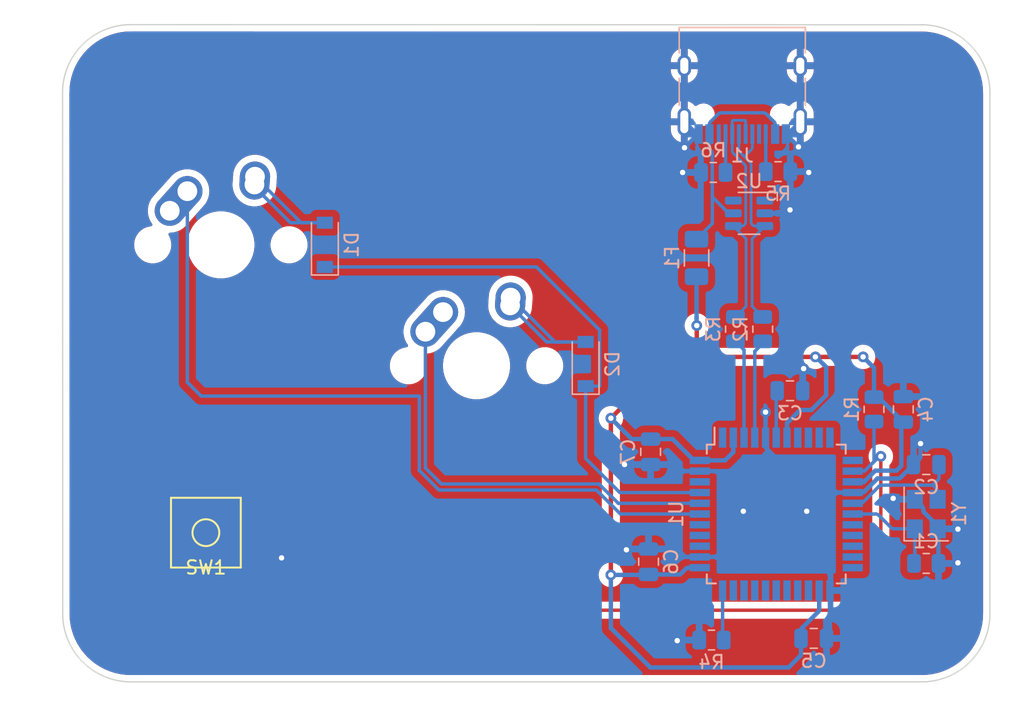
<source format=kicad_pcb>
(kicad_pcb (version 20211014) (generator pcbnew)
  (layers (0 "F.Cu" signal) (31 "B.Cu" signal) (34 "B.Paste" user) (35 "F.Paste" user) (36 "B.SilkS" user "B.Silkscreen") (37 "F.SilkS" user "F.Silkscreen") (38 "B.Mask" user) (39 "F.Mask" user) (44 "Edge.Cuts" user))
  (net 0 "")
  (net 1 "GND")
  (net 2 "Net-(C1-Pad2)")
  (net 3 "Net-(C2-Pad2)")
  (net 4 "Net-(C3-Pad1)")
  (net 5 "+5V")
  (net 6 "ROW0")
  (net 7 "Net-(D1-Pad2)")
  (net 8 "Net-(D2-Pad2)")
  (net 9 "COL0")
  (net 10 "COL1")
  (net 11 "Net-(R1-Pad2)")
  (net 12 "D+")
  (net 13 "Net-(R2-Pad2)")
  (net 14 "D-")
  (net 15 "Net-(R3-Pad2)")
  (net 16 "Net-(R4-Pad2)")
  (net 38 "VBUS")
  (net 39 "Net-(J1-PadA5)")
  (net 41 "Net-(J1-PadB5)")
  (footprint "random-keyboard-parts:SKQG-1155865" (layer "F.Cu") (at 157.48 133.1468)
    (fp_text reference "SW1" (at 0 2.6) (layer "F.SilkS"))
    (fp_text value "SW_Push")
    (fp_line (start -2.6 2.6) (end -2.6 -2.6) (layer "F.SilkS") (width 0.15))
    (fp_line (start 2.6 -2.6) (end 2.6 2.6) (layer "F.SilkS") (width 0.15))
    (fp_line (start -2.6 -2.6) (end 2.6 -2.6) (layer "F.SilkS") (width 0.15))
    (fp_line (start 2.6 2.6) (end -2.6 2.6) (layer "F.SilkS") (width 0.15))
    (fp_circle (center 0 0) (end 1 0) (layer "F.SilkS") (width 0.15) (fill none))
    (pad "1" smd rect locked (at 3.1 1.85) (size 1.8 1.1) (layers "F.Cu" "F.Paste" "F.Mask") (net 1 "GND"))
    (pad "2" smd rect locked (at -3.1 -1.85) (size 1.8 1.1) (layers "F.Cu" "F.Paste" "F.Mask") (net 11 "Net-(R1-Pad2)"))
    (pad "3" smd rect locked (at 3.1 -1.85) (size 1.8 1.1) (layers "F.Cu" "F.Paste" "F.Mask"))
    (pad "4" smd rect locked (at -3.1 1.85) (size 1.8 1.1) (layers "F.Cu" "F.Paste" "F.Mask"))
  )
  (footprint "MX_Alps_Hybrid:MX-1U-NoLED" (layer "F.Cu") (at 158.5976 111.6848)
    (fp_text reference "MX1")
    (fp_text value "MX-NoLED")
    (pad "" np_thru_hole circle locked (at 0 0) (size 3.9878 3.9878) (drill 3.9878) (layers *.Cu *.Mask))
    (pad "" np_thru_hole circle locked (at -5.08 0 48.0996) (size 1.75 1.75) (drill 1.75) (layers *.Cu *.Mask))
    (pad "" np_thru_hole circle locked (at 5.08 0 48.0996) (size 1.75 1.75) (drill 1.75) (layers *.Cu *.Mask))
    (pad "1" thru_hole oval locked (at -3.81 -2.54 48.0996) (size 4.211556 2.25) (drill 1.47 (offset 0.980778 0)) (layers *.Cu "B.Mask") (net 9 "COL0"))
    (pad "1" thru_hole circle locked (at -2.5 -4) (size 2.25 2.25) (drill 1.47) (layers *.Cu "B.Mask") (net 9 "COL0"))
    (pad "2" thru_hole oval locked (at 2.5 -4.5 86.0548) (size 2.831378 2.25) (drill 1.47 (offset 0.290689 0)) (layers *.Cu "B.Mask") (net 7 "Net-(D1-Pad2)"))
    (pad "2" thru_hole circle locked (at 2.54 -5.08) (size 2.25 2.25) (drill 1.47) (layers *.Cu "B.Mask") (net 7 "Net-(D1-Pad2)"))
  )
  (footprint "MX_Alps_Hybrid:MX-1U-NoLED" (layer "F.Cu") (at 177.6476 120.7018)
    (fp_text reference "MX2")
    (fp_text value "MX-NoLED")
    (pad "" np_thru_hole circle locked (at 0 0) (size 3.9878 3.9878) (drill 3.9878) (layers *.Cu *.Mask))
    (pad "" np_thru_hole circle locked (at -5.08 0 48.0996) (size 1.75 1.75) (drill 1.75) (layers *.Cu *.Mask))
    (pad "" np_thru_hole circle locked (at 5.08 0 48.0996) (size 1.75 1.75) (drill 1.75) (layers *.Cu *.Mask))
    (pad "1" thru_hole oval locked (at -3.81 -2.54 48.0996) (size 4.211556 2.25) (drill 1.47 (offset 0.980778 0)) (layers *.Cu "B.Mask") (net 10 "COL1"))
    (pad "1" thru_hole circle locked (at -2.5 -4) (size 2.25 2.25) (drill 1.47) (layers *.Cu "B.Mask") (net 10 "COL1"))
    (pad "2" thru_hole circle locked (at 2.54 -5.08) (size 2.25 2.25) (drill 1.47) (layers *.Cu "B.Mask") (net 8 "Net-(D2-Pad2)"))
    (pad "2" thru_hole oval locked (at 2.5 -4.5 86.0548) (size 2.831378 2.25) (drill 1.47 (offset 0.290689 0)) (layers *.Cu "B.Mask") (net 8 "Net-(D2-Pad2)"))
  )
  (footprint "Resistor_SMD:R_0805_2012Metric" (layer "B.Cu") (at 200.114768 106.224668)
    (fp_text reference "R5" (at 0 1.65) (layer "B.SilkS") (effects (justify mirror)))
    (fp_text value "5.1k")
    (fp_line (start -0.227064 -0.735) (end 0.227064 -0.735) (layer "B.SilkS") (width 0.12))
    (fp_line (start -0.227064 0.735) (end 0.227064 0.735) (layer "B.SilkS") (width 0.12))
    (pad "1" smd roundrect (at -0.9125 0) (size 1.025 1.4) (layers "B.Cu" "B.Paste" "B.Mask") (roundrect_rratio 0.243902) (net 41 "Net-(J1-PadB5)"))
    (pad "2" smd roundrect (at 0.9125 0) (size 1.025 1.4) (layers "B.Cu" "B.Paste" "B.Mask") (roundrect_rratio 0.243902) (net 1 "GND"))
  )
  (footprint "Package_QFP:TQFP-44_10x10mm_P0.8mm" (layer "B.Cu") (at 199.980235 131.757108 -90)
    (fp_text reference "U1" (at 0 7.45 -270) (layer "B.SilkS") (effects (justify mirror)))
    (fp_text value "ATmega32U4-A")
    (fp_line (start 5.175 -5.175) (end 5.175 -4.5) (layer "B.SilkS") (width 0.15))
    (fp_line (start -5.175 5.175) (end -5.175 4.6) (layer "B.SilkS") (width 0.15))
    (fp_line (start -5.175 -5.175) (end -4.5 -5.175) (layer "B.SilkS") (width 0.15))
    (fp_line (start -5.175 4.6) (end -6.45 4.6) (layer "B.SilkS") (width 0.15))
    (fp_line (start -5.175 -5.175) (end -5.175 -4.5) (layer "B.SilkS") (width 0.15))
    (fp_line (start 5.175 -5.175) (end 4.5 -5.175) (layer "B.SilkS") (width 0.15))
    (fp_line (start 5.175 5.175) (end 5.175 4.5) (layer "B.SilkS") (width 0.15))
    (fp_line (start -5.175 5.175) (end -4.5 5.175) (layer "B.SilkS") (width 0.15))
    (fp_line (start 5.175 5.175) (end 4.5 5.175) (layer "B.SilkS") (width 0.15))
    (pad "1" smd rect (at -5.7 4 270) (size 1.5 0.55) (layers "B.Cu" "B.Paste" "B.Mask"))
    (pad "2" smd rect (at -5.7 3.2 270) (size 1.5 0.55) (layers "B.Cu" "B.Paste" "B.Mask") (net 5 "+5V"))
    (pad "3" smd rect (at -5.7 2.4 270) (size 1.5 0.55) (layers "B.Cu" "B.Paste" "B.Mask") (net 15 "Net-(R3-Pad2)"))
    (pad "4" smd rect (at -5.7 1.6 270) (size 1.5 0.55) (layers "B.Cu" "B.Paste" "B.Mask") (net 13 "Net-(R2-Pad2)"))
    (pad "5" smd rect (at -5.7 0.8 270) (size 1.5 0.55) (layers "B.Cu" "B.Paste" "B.Mask") (net 1 "GND"))
    (pad "6" smd rect (at -5.7 0 270) (size 1.5 0.55) (layers "B.Cu" "B.Paste" "B.Mask") (net 4 "Net-(C3-Pad1)"))
    (pad "7" smd rect (at -5.7 -0.8 270) (size 1.5 0.55) (layers "B.Cu" "B.Paste" "B.Mask") (net 5 "+5V"))
    (pad "8" smd rect (at -5.7 -1.6 270) (size 1.5 0.55) (layers "B.Cu" "B.Paste" "B.Mask"))
    (pad "9" smd rect (at -5.7 -2.4 270) (size 1.5 0.55) (layers "B.Cu" "B.Paste" "B.Mask"))
    (pad "10" smd rect (at -5.7 -3.2 270) (size 1.5 0.55) (layers "B.Cu" "B.Paste" "B.Mask"))
    (pad "11" smd rect (at -5.7 -4 270) (size 1.5 0.55) (layers "B.Cu" "B.Paste" "B.Mask"))
    (pad "12" smd rect (at -4 -5.7 180) (size 1.5 0.55) (layers "B.Cu" "B.Paste" "B.Mask"))
    (pad "13" smd rect (at -3.2 -5.7 180) (size 1.5 0.55) (layers "B.Cu" "B.Paste" "B.Mask") (net 11 "Net-(R1-Pad2)"))
    (pad "14" smd rect (at -2.4 -5.7 180) (size 1.5 0.55) (layers "B.Cu" "B.Paste" "B.Mask") (net 5 "+5V"))
    (pad "15" smd rect (at -1.6 -5.7 180) (size 1.5 0.55) (layers "B.Cu" "B.Paste" "B.Mask") (net 1 "GND"))
    (pad "16" smd rect (at -0.8 -5.7 180) (size 1.5 0.55) (layers "B.Cu" "B.Paste" "B.Mask") (net 3 "Net-(C2-Pad2)"))
    (pad "17" smd rect (at 0 -5.7 180) (size 1.5 0.55) (layers "B.Cu" "B.Paste" "B.Mask") (net 2 "Net-(C1-Pad2)"))
    (pad "18" smd rect (at 0.8 -5.7 180) (size 1.5 0.55) (layers "B.Cu" "B.Paste" "B.Mask"))
    (pad "19" smd rect (at 1.6 -5.7 180) (size 1.5 0.55) (layers "B.Cu" "B.Paste" "B.Mask"))
    (pad "20" smd rect (at 2.4 -5.7 180) (size 1.5 0.55) (layers "B.Cu" "B.Paste" "B.Mask"))
    (pad "21" smd rect (at 3.2 -5.7 180) (size 1.5 0.55) (layers "B.Cu" "B.Paste" "B.Mask"))
    (pad "22" smd rect (at 4 -5.7 180) (size 1.5 0.55) (layers "B.Cu" "B.Paste" "B.Mask"))
    (pad "23" smd rect (at 5.7 -4 270) (size 1.5 0.55) (layers "B.Cu" "B.Paste" "B.Mask") (net 1 "GND"))
    (pad "24" smd rect (at 5.7 -3.2 270) (size 1.5 0.55) (layers "B.Cu" "B.Paste" "B.Mask") (net 5 "+5V"))
    (pad "25" smd rect (at 5.7 -2.4 270) (size 1.5 0.55) (layers "B.Cu" "B.Paste" "B.Mask"))
    (pad "26" smd rect (at 5.7 -1.6 270) (size 1.5 0.55) (layers "B.Cu" "B.Paste" "B.Mask"))
    (pad "27" smd rect (at 5.7 -0.8 270) (size 1.5 0.55) (layers "B.Cu" "B.Paste" "B.Mask"))
    (pad "28" smd rect (at 5.7 0 270) (size 1.5 0.55) (layers "B.Cu" "B.Paste" "B.Mask"))
    (pad "29" smd rect (at 5.7 0.8 270) (size 1.5 0.55) (layers "B.Cu" "B.Paste" "B.Mask"))
    (pad "30" smd rect (at 5.7 1.6 270) (size 1.5 0.55) (layers "B.Cu" "B.Paste" "B.Mask"))
    (pad "31" smd rect (at 5.7 2.4 270) (size 1.5 0.55) (layers "B.Cu" "B.Paste" "B.Mask"))
    (pad "32" smd rect (at 5.7 3.2 270) (size 1.5 0.55) (layers "B.Cu" "B.Paste" "B.Mask"))
    (pad "33" smd rect (at 5.7 4 270) (size 1.5 0.55) (layers "B.Cu" "B.Paste" "B.Mask") (net 16 "Net-(R4-Pad2)"))
    (pad "34" smd rect (at 4 5.7 180) (size 1.5 0.55) (layers "B.Cu" "B.Paste" "B.Mask") (net 5 "+5V"))
    (pad "35" smd rect (at 3.2 5.7 180) (size 1.5 0.55) (layers "B.Cu" "B.Paste" "B.Mask") (net 1 "GND"))
    (pad "36" smd rect (at 2.4 5.7 180) (size 1.5 0.55) (layers "B.Cu" "B.Paste" "B.Mask"))
    (pad "37" smd rect (at 1.6 5.7 180) (size 1.5 0.55) (layers "B.Cu" "B.Paste" "B.Mask"))
    (pad "38" smd rect (at 0.8 5.7 180) (size 1.5 0.55) (layers "B.Cu" "B.Paste" "B.Mask"))
    (pad "39" smd rect (at 0 5.7 180) (size 1.5 0.55) (layers "B.Cu" "B.Paste" "B.Mask") (net 9 "COL0"))
    (pad "40" smd rect (at -0.8 5.7 180) (size 1.5 0.55) (layers "B.Cu" "B.Paste" "B.Mask") (net 10 "COL1"))
    (pad "41" smd rect (at -1.6 5.7 180) (size 1.5 0.55) (layers "B.Cu" "B.Paste" "B.Mask") (net 6 "ROW0"))
    (pad "42" smd rect (at -2.4 5.7 180) (size 1.5 0.55) (layers "B.Cu" "B.Paste" "B.Mask"))
    (pad "43" smd rect (at -3.2 5.7 180) (size 1.5 0.55) (layers "B.Cu" "B.Paste" "B.Mask") (net 1 "GND"))
    (pad "44" smd rect (at -4 5.7 180) (size 1.5 0.55) (layers "B.Cu" "B.Paste" "B.Mask") (net 5 "+5V"))
  )
  (footprint "Diode_SMD:D_SOD-123" (layer "B.Cu") (at 166.3446 111.6848 90)
    (fp_text reference "D1" (at 0 2 90) (layer "B.SilkS") (effects (justify mirror)))
    (fp_text value "SOD-123")
    (fp_line (start -2.25 1) (end 1.65 1) (layer "B.SilkS") (width 0.12))
    (fp_line (start -2.25 1) (end -2.25 -1) (layer "B.SilkS") (width 0.12))
    (fp_line (start -2.25 -1) (end 1.65 -1) (layer "B.SilkS") (width 0.12))
    (pad "1" smd rect (at -1.65 0 90) (size 0.9 1.2) (layers "B.Cu" "B.Paste" "B.Mask") (net 6 "ROW0"))
    (pad "2" smd rect (at 1.65 0 90) (size 0.9 1.2) (layers "B.Cu" "B.Paste" "B.Mask") (net 7 "Net-(D1-Pad2)"))
  )
  (footprint "Capacitor_SMD:C_0805_2012Metric" (layer "B.Cu") (at 209.4484 123.952 90)
    (fp_text reference "C4" (at 0 1.679999 90) (layer "B.SilkS") (effects (justify mirror)))
    (fp_text value "0.1uF")
    (fp_line (start -0.261252 0.735) (end 0.261252 0.735) (layer "B.SilkS") (width 0.12))
    (fp_line (start -0.261252 -0.735) (end 0.261252 -0.735) (layer "B.SilkS") (width 0.12))
    (pad "1" smd roundrect (at -0.95 0 90) (size 1 1.45) (layers "B.Cu" "B.Paste" "B.Mask") (net 5 "+5V"))
    (pad "2" smd roundrect (at 0.95 0 90) (size 1 1.45) (layers "B.Cu" "B.Paste" "B.Mask") (net 1 "GND"))
  )
  (footprint "Crystal:Crystal_SMD_3225-4Pin_3.2x2.5mm" (layer "B.Cu") (at 211.156236 131.757108 90)
    (fp_text reference "Y1" (at 0 2.45 90) (layer "B.SilkS") (effects (justify mirror)))
    (fp_text value "16MHz")
    (fp_line (start -2 1.65) (end -2 -1.65) (layer "B.SilkS") (width 0.12))
    (fp_line (start -2 -1.65) (end 2 -1.65) (layer "B.SilkS") (width 0.12))
    (pad "1" smd rect (at -1.1 -0.85 90) (size 1.4 1.2) (layers "B.Cu" "B.Paste" "B.Mask") (net 2 "Net-(C1-Pad2)"))
    (pad "2" smd rect (at 1.1 -0.85 90) (size 1.4 1.2) (layers "B.Cu" "B.Paste" "B.Mask") (net 1 "GND"))
    (pad "3" smd rect (at 1.1 0.85 90) (size 1.4 1.2) (layers "B.Cu" "B.Paste" "B.Mask") (net 3 "Net-(C2-Pad2)"))
    (pad "4" smd rect (at -1.1 0.85 90) (size 1.4 1.2) (layers "B.Cu" "B.Paste" "B.Mask") (net 1 "GND"))
  )
  (footprint "Resistor_SMD:R_0805_2012Metric" (layer "B.Cu") (at 195.288768 106.287167 180)
    (fp_text reference "R6" (at 0 1.65) (layer "B.SilkS") (effects (justify mirror)))
    (fp_text value "5.1k")
    (fp_line (start -0.227064 0.735) (end 0.227064 0.735) (layer "B.SilkS") (width 0.12))
    (fp_line (start -0.227064 -0.735) (end 0.227064 -0.735) (layer "B.SilkS") (width 0.12))
    (pad "1" smd roundrect (at -0.9125 0 180) (size 1.025 1.4) (layers "B.Cu" "B.Paste" "B.Mask") (roundrect_rratio 0.243902) (net 39 "Net-(J1-PadA5)"))
    (pad "2" smd roundrect (at 0.9125 0 180) (size 1.025 1.4) (layers "B.Cu" "B.Paste" "B.Mask") (roundrect_rratio 0.243902) (net 1 "GND"))
  )
  (footprint "Capacitor_SMD:C_0805_2012Metric" (layer "B.Cu") (at 190.46426 135.313108 90)
    (fp_text reference "C6" (at 0 1.68 90) (layer "B.SilkS") (effects (justify mirror)))
    (fp_text value "0.1uF")
    (fp_line (start -0.261252 0.735) (end 0.261252 0.735) (layer "B.SilkS") (width 0.12))
    (fp_line (start -0.261252 -0.735) (end 0.261252 -0.735) (layer "B.SilkS") (width 0.12))
    (pad "1" smd roundrect (at -0.95 0 90) (size 1 1.45) (layers "B.Cu" "B.Paste" "B.Mask") (net 5 "+5V"))
    (pad "2" smd roundrect (at 0.95 0 90) (size 1 1.45) (layers "B.Cu" "B.Paste" "B.Mask") (net 1 "GND"))
  )
  (footprint "Resistor_SMD:R_0805_2012Metric" (layer "B.Cu") (at 207.264 123.952 -90)
    (fp_text reference "R1" (at 0 1.65 90) (layer "B.SilkS") (effects (justify mirror)))
    (fp_text value "10k")
    (fp_line (start -0.227064 -0.735) (end 0.227064 -0.735) (layer "B.SilkS") (width 0.12))
    (fp_line (start -0.227064 0.735) (end 0.227064 0.735) (layer "B.SilkS") (width 0.12))
    (pad "1" smd roundrect (at -0.9125 0 270) (size 1.025 1.4) (layers "B.Cu" "B.Paste" "B.Mask") (roundrect_rratio 0.243902) (net 5 "+5V"))
    (pad "2" smd roundrect (at 0.9125 0 270) (size 1.025 1.4) (layers "B.Cu" "B.Paste" "B.Mask") (roundrect_rratio 0.243902) (net 11 "Net-(R1-Pad2)"))
  )
  (footprint "Resistor_SMD:R_0805_2012Metric" (layer "B.Cu") (at 211.156232 135.440109 180)
    (fp_text reference "C1" (at 0 1.65) (layer "B.SilkS") (effects (justify mirror)))
    (fp_text value "22pf")
    (fp_line (start -0.227064 -0.735) (end 0.227064 -0.735) (layer "B.SilkS") (width 0.12))
    (fp_line (start -0.227064 0.735) (end 0.227064 0.735) (layer "B.SilkS") (width 0.12))
    (pad "1" smd roundrect (at -0.9125 0 180) (size 1.025 1.4) (layers "B.Cu" "B.Paste" "B.Mask") (roundrect_rratio 0.243902) (net 1 "GND"))
    (pad "2" smd roundrect (at 0.9125 0 180) (size 1.025 1.4) (layers "B.Cu" "B.Paste" "B.Mask") (roundrect_rratio 0.243902) (net 2 "Net-(C1-Pad2)"))
  )
  (footprint "Capacitor_SMD:C_0805_2012Metric" (layer "B.Cu") (at 211.156237 128.074109)
    (fp_text reference "C2" (at 0 1.68) (layer "B.SilkS") (effects (justify mirror)))
    (fp_text value "22pf")
    (fp_line (start -0.261252 0.735) (end 0.261252 0.735) (layer "B.SilkS") (width 0.12))
    (fp_line (start -0.261252 -0.735) (end 0.261252 -0.735) (layer "B.SilkS") (width 0.12))
    (pad "1" smd roundrect (at -0.95 0) (size 1 1.45) (layers "B.Cu" "B.Paste" "B.Mask") (net 1 "GND"))
    (pad "2" smd roundrect (at 0.95 0) (size 1 1.45) (layers "B.Cu" "B.Paste" "B.Mask") (net 3 "Net-(C2-Pad2)"))
  )
  (footprint "marbastlib-various:SOT-23-6-routable" (layer "B.Cu") (at 197.955768 109.335168 180)
    (fp_text reference "U2" (at 0 2.4) (layer "B.SilkS") (effects (justify mirror)))
    (fp_text value "SRV05-4")
    (fp_line (start -2.1 0.95) (end -2.1 1.56) (layer "B.SilkS") (width 0.12))
    (fp_line (start -2.1 1.56) (end 0.8 1.56) (layer "B.SilkS") (width 0.12))
    (fp_line (start 0 -1.56) (end 0.8 -1.56) (layer "B.SilkS") (width 0.12))
    (fp_line (start 0 -1.56) (end -0.8 -1.56) (layer "B.SilkS") (width 0.12))
    (pad "1" smd roundrect (at -1.175 0.95 180) (size 1.25 0.6) (layers "B.Cu" "B.Paste" "B.Mask"))
    (pad "2" smd roundrect (at -1.175 0 180) (size 1.25 0.6) (layers "B.Cu" "B.Paste" "B.Mask") (net 1 "GND"))
    (pad "3" smd roundrect (at -1.175 -0.95 180) (size 1.25 0.6) (layers "B.Cu" "B.Paste" "B.Mask") (net 12 "D+"))
    (pad "4" smd roundrect (at 1.175 -0.95 180) (size 1.25 0.6) (layers "B.Cu" "B.Paste" "B.Mask") (net 14 "D-"))
    (pad "5" smd roundrect (at 1.175 0 180) (size 1.25 0.6) (layers "B.Cu" "B.Paste" "B.Mask") (net 38 "VBUS"))
    (pad "6" smd roundrect (at 1.175 0.95 180) (size 1.25 0.6) (layers "B.Cu" "B.Paste" "B.Mask"))
  )
  (footprint "Resistor_SMD:R_0805_2012Metric" (layer "B.Cu") (at 198.971768 117.971168 -90)
    (fp_text reference "R2" (at 0 1.65 90) (layer "B.SilkS") (effects (justify mirror)))
    (fp_text value "22")
    (fp_line (start -0.227064 -0.735) (end 0.227064 -0.735) (layer "B.SilkS") (width 0.12))
    (fp_line (start -0.227064 0.735) (end 0.227064 0.735) (layer "B.SilkS") (width 0.12))
    (pad "1" smd roundrect (at -0.9125 0 270) (size 1.025 1.4) (layers "B.Cu" "B.Paste" "B.Mask") (roundrect_rratio 0.243902) (net 12 "D+"))
    (pad "2" smd roundrect (at 0.9125 0 270) (size 1.025 1.4) (layers "B.Cu" "B.Paste" "B.Mask") (roundrect_rratio 0.243902) (net 13 "Net-(R2-Pad2)"))
  )
  (footprint "Capacitor_SMD:C_0805_2012Metric" (layer "B.Cu") (at 190.618978 127.118192 -90)
    (fp_text reference "C7" (at 0 1.68 -270) (layer "B.SilkS") (effects (justify mirror)))
    (fp_text value "10uF")
    (fp_line (start -0.261252 0.735) (end 0.261252 0.735) (layer "B.SilkS") (width 0.12))
    (fp_line (start -0.261252 -0.735) (end 0.261252 -0.735) (layer "B.SilkS") (width 0.12))
    (pad "1" smd roundrect (at -0.95 0 270) (size 1 1.45) (layers "B.Cu" "B.Paste" "B.Mask") (net 5 "+5V"))
    (pad "2" smd roundrect (at 0.95 0 270) (size 1 1.45) (layers "B.Cu" "B.Paste" "B.Mask") (net 1 "GND"))
  )
  (footprint "Capacitor_SMD:C_0805_2012Metric" (layer "B.Cu") (at 202.774236 141.028108)
    (fp_text reference "C5" (at 0 1.68) (layer "B.SilkS") (effects (justify mirror)))
    (fp_text value "0.1uF")
    (fp_line (start -0.261252 -0.735) (end 0.261252 -0.735) (layer "B.SilkS") (width 0.12))
    (fp_line (start -0.261252 0.735) (end 0.261252 0.735) (layer "B.SilkS") (width 0.12))
    (pad "1" smd roundrect (at -0.95 0) (size 1 1.45) (layers "B.Cu" "B.Paste" "B.Mask") (net 5 "+5V"))
    (pad "2" smd roundrect (at 0.95 0) (size 1 1.45) (layers "B.Cu" "B.Paste" "B.Mask") (net 1 "GND"))
  )
  (footprint "Fuse:Fuse_1206_3216Metric" (layer "B.Cu") (at 194.042268 112.660668 -90)
    (fp_text reference "F1" (at 0 1.82 90) (layer "B.SilkS") (effects (justify mirror)))
    (fp_text value "500mA")
    (fp_line (start -0.602064 -0.91) (end 0.602064 -0.91) (layer "B.SilkS") (width 0.12))
    (fp_line (start -0.602064 0.91) (end 0.602064 0.91) (layer "B.SilkS") (width 0.12))
    (pad "1" smd roundrect (at -1.4 0 270) (size 1.25 1.75) (layers "B.Cu" "B.Paste" "B.Mask") (roundrect_rratio 0.2) (net 38 "VBUS"))
    (pad "2" smd roundrect (at 1.4 0 270) (size 1.25 1.75) (layers "B.Cu" "B.Paste" "B.Mask") (roundrect_rratio 0.2) (net 5 "+5V"))
  )
  (footprint "Capacitor_SMD:C_0805_2012Metric" (layer "B.Cu") (at 201.0024 122.566668)
    (fp_text reference "C3" (at 0 1.68) (layer "B.SilkS") (effects (justify mirror)))
    (fp_text value "1uF")
    (fp_line (start -0.261252 -0.735) (end 0.261252 -0.735) (layer "B.SilkS") (width 0.12))
    (fp_line (start -0.261252 0.735) (end 0.261252 0.735) (layer "B.SilkS") (width 0.12))
    (pad "1" smd roundrect (at -0.95 0) (size 1 1.45) (layers "B.Cu" "B.Paste" "B.Mask") (net 4 "Net-(C3-Pad1)"))
    (pad "2" smd roundrect (at 0.95 0) (size 1 1.45) (layers "B.Cu" "B.Paste" "B.Mask") (net 1 "GND"))
  )
  (footprint "Resistor_SMD:R_0805_2012Metric" (layer "B.Cu") (at 196.939768 117.971168 -90)
    (fp_text reference "R3" (at 0 1.65 90) (layer "B.SilkS") (effects (justify mirror)))
    (fp_text value "22")
    (fp_line (start -0.227064 0.735) (end 0.227064 0.735) (layer "B.SilkS") (width 0.12))
    (fp_line (start -0.227064 -0.735) (end 0.227064 -0.735) (layer "B.SilkS") (width 0.12))
    (pad "1" smd roundrect (at -0.9125 0 270) (size 1.025 1.4) (layers "B.Cu" "B.Paste" "B.Mask") (roundrect_rratio 0.243902) (net 14 "D-"))
    (pad "2" smd roundrect (at 0.9125 0 270) (size 1.025 1.4) (layers "B.Cu" "B.Paste" "B.Mask") (roundrect_rratio 0.243902) (net 15 "Net-(R3-Pad2)"))
  )
  (footprint "Resistor_SMD:R_0805_2012Metric" (layer "B.Cu") (at 195.154235 141.155108)
    (fp_text reference "R4" (at 0 1.65) (layer "B.SilkS") (effects (justify mirror)))
    (fp_text value "10k")
    (fp_line (start -0.227064 -0.735) (end 0.227064 -0.735) (layer "B.SilkS") (width 0.12))
    (fp_line (start -0.227064 0.735) (end 0.227064 0.735) (layer "B.SilkS") (width 0.12))
    (pad "1" smd roundrect (at -0.9125 0) (size 1.025 1.4) (layers "B.Cu" "B.Paste" "B.Mask") (roundrect_rratio 0.243902) (net 1 "GND"))
    (pad "2" smd roundrect (at 0.9125 0) (size 1.025 1.4) (layers "B.Cu" "B.Paste" "B.Mask") (roundrect_rratio 0.243902) (net 16 "Net-(R4-Pad2)"))
  )
  (footprint "Diode_SMD:D_SOD-123" (layer "B.Cu") (at 185.7756 120.5748 90)
    (fp_text reference "D2" (at 0 2 90) (layer "B.SilkS") (effects (justify mirror)))
    (fp_text value "SOD-123")
    (fp_line (start -2.25 1) (end 1.65 1) (layer "B.SilkS") (width 0.12))
    (fp_line (start -2.25 -1) (end 1.65 -1) (layer "B.SilkS") (width 0.12))
    (fp_line (start -2.25 1) (end -2.25 -1) (layer "B.SilkS") (width 0.12))
    (pad "1" smd rect (at -1.65 0 90) (size 0.9 1.2) (layers "B.Cu" "B.Paste" "B.Mask") (net 6 "ROW0"))
    (pad "2" smd rect (at 1.65 0 90) (size 0.9 1.2) (layers "B.Cu" "B.Paste" "B.Mask") (net 8 "Net-(D2-Pad2)"))
  )
  (footprint "Connector_USB:USB_C_Receptacle_HRO_TYPE-C-31-M-12" (layer "B.Cu") (at 197.447768 99.377168)
    (fp_text reference "J1" (at 0 5.645) (layer "B.SilkS") (effects (justify mirror)))
    (fp_text value "USB_C_Receptacle_USB2.0")
    (fp_line (start 4.7 1.9) (end 4.7 -0.1) (layer "B.SilkS") (width 0.12))
    (fp_line (start -4.7 -2) (end -4.7 -3.9) (layer "B.SilkS") (width 0.12))
    (fp_line (start 4.7 -2) (end 4.7 -3.9) (layer "B.SilkS") (width 0.12))
    (fp_line (start -4.7 -3.9) (end 4.7 -3.9) (layer "B.SilkS") (width 0.12))
    (fp_line (start -4.7 1.9) (end -4.7 -0.1) (layer "B.SilkS") (width 0.12))
    (pad "" np_thru_hole circle (at 2.89 2.6) (size 0.65 0.65) (drill 0.65) (layers *.Cu *.Mask))
    (pad "" np_thru_hole circle (at -2.89 2.6) (size 0.65 0.65) (drill 0.65) (layers *.Cu *.Mask))
    (pad "A1" smd rect (at -3.25 4.045) (size 0.6 1.45) (layers "B.Cu" "B.Paste" "B.Mask") (net 1 "GND"))
    (pad "A4" smd rect (at -2.45 4.045) (size 0.6 1.45) (layers "B.Cu" "B.Paste" "B.Mask") (net 38 "VBUS"))
    (pad "A5" smd rect (at -1.25 4.045) (size 0.3 1.45) (layers "B.Cu" "B.Paste" "B.Mask") (net 39 "Net-(J1-PadA5)"))
    (pad "A6" smd rect (at -0.25 4.045) (size 0.3 1.45) (layers "B.Cu" "B.Paste" "B.Mask") (net 12 "D+"))
    (pad "A7" smd rect (at 0.25 4.045) (size 0.3 1.45) (layers "B.Cu" "B.Paste" "B.Mask") (net 14 "D-"))
    (pad "A8" smd rect (at 1.25 4.045) (size 0.3 1.45) (layers "B.Cu" "B.Paste" "B.Mask"))
    (pad "A9" smd rect (at 2.45 4.045) (size 0.6 1.45) (layers "B.Cu" "B.Paste" "B.Mask") (net 38 "VBUS"))
    (pad "A12" smd rect (at 3.25 4.045) (size 0.6 1.45) (layers "B.Cu" "B.Paste" "B.Mask") (net 1 "GND"))
    (pad "B1" smd rect (at 3.25 4.045) (size 0.6 1.45) (layers "B.Cu" "B.Paste" "B.Mask") (net 1 "GND"))
    (pad "B4" smd rect (at 2.45 4.045) (size 0.6 1.45) (layers "B.Cu" "B.Paste" "B.Mask") (net 38 "VBUS"))
    (pad "B5" smd rect (at 1.75 4.045) (size 0.3 1.45) (layers "B.Cu" "B.Paste" "B.Mask") (net 41 "Net-(J1-PadB5)"))
    (pad "B6" smd rect (at 0.75 4.045) (size 0.3 1.45) (layers "B.Cu" "B.Paste" "B.Mask") (net 12 "D+"))
    (pad "B7" smd rect (at -0.75 4.045) (size 0.3 1.45) (layers "B.Cu" "B.Paste" "B.Mask") (net 14 "D-"))
    (pad "B8" smd rect (at -1.75 4.045) (size 0.3 1.45) (layers "B.Cu" "B.Paste" "B.Mask"))
    (pad "B9" smd rect (at -2.45 4.045) (size 0.6 1.45) (layers "B.Cu" "B.Paste" "B.Mask") (net 38 "VBUS"))
    (pad "B12" smd rect (at -3.25 4.045) (size 0.6 1.45) (layers "B.Cu" "B.Paste" "B.Mask") (net 1 "GND"))
    (pad "S1" thru_hole oval (at 4.32 3.13) (size 1 2.1) (drill oval 0.6 1.7) (layers *.Cu *.Mask) (net 1 "GND"))
    (pad "S1" thru_hole oval (at -4.32 3.13) (size 1 2.1) (drill oval 0.6 1.7) (layers *.Cu *.Mask) (net 1 "GND"))
    (pad "S1" thru_hole oval (at 4.32 -1.05) (size 1 1.6) (drill oval 0.6 1.2) (layers *.Cu *.Mask) (net 1 "GND"))
    (pad "S1" thru_hole oval (at -4.32 -1.05) (size 1 1.6) (drill oval 0.6 1.2) (layers *.Cu *.Mask) (net 1 "GND"))
  )
  (gr_line (start 146.812 139.192) (end 146.800332 100.344732) (layer "Edge.Cuts") (width 0.1))
  (gr_arc (start 215.9 139.192) (mid 214.412102 142.784102) (end 210.82 144.272) (layer "Edge.Cuts") (width 0.1))
  (gr_line (start 215.9 100.3554) (end 215.9 139.192) (layer "Edge.Cuts") (width 0.1))
  (gr_line (start 151.892 144.272) (end 210.82 144.272) (layer "Edge.Cuts") (width 0.1))
  (gr_line (start 151.880332 95.264732) (end 210.82 95.2754) (layer "Edge.Cuts") (width 0.1))
  (gr_arc (start 146.800332 100.344732) (mid 148.28822 96.75262) (end 151.880332 95.264732) (layer "Edge.Cuts") (width 0.1))
  (gr_arc (start 151.892 144.272) (mid 148.299898 142.784102) (end 146.812 139.192) (layer "Edge.Cuts") (width 0.1))
  (gr_arc (start 210.82 95.2754) (mid 214.412102 96.763298) (end 215.9 100.3554) (layer "Edge.Cuts") (width 0.1))
  (segment (start 160.58 134.9968) (end 163.0892 134.9968) (width 0.3302) (layer "F.Cu") (net 1))
  (segment (start 163.0892 134.9968) (end 163.1188 135.0264) (width 0.3302) (layer "F.Cu") (net 1))
  (via (at 188.672592 128.068192) (size 0.8) (drill 0.4) (layers "F.Cu" "B.Cu") (net 1))
  (via (at 188.81326 134.424109) (size 0.8) (drill 0.4) (layers "F.Cu" "B.Cu") (net 1))
  (via (at 201.003768 109.081168) (size 0.8) (drill 0.4) (layers "F.Cu" "B.Cu") (net 1))
  (via (at 201.638768 104.382168) (size 0.8) (drill 0.4) (layers "F.Cu" "B.Cu") (net 1))
  (via (at 208.691083 130.589676) (size 0.8) (drill 0.4) (layers "F.Cu" "B.Cu") (net 1))
  (via (at 163.1188 135.0264) (size 0.8) (drill 0.4) (layers "F.Cu" "B.Cu") (net 1))
  (via (at 210.731873 126.506122) (size 0.8) (drill 0.4) (layers "F.Cu" "B.Cu") (net 1))
  (via (at 202.0184 120.915668) (size 0.8) (drill 0.4) (layers "F.Cu" "B.Cu") (net 1))
  (via (at 197.525 131.55) (size 0.8) (drill 0.4) (layers "F.Cu" "B.Cu") (net 1))
  (via (at 192.6 141.2) (size 0.8) (drill 0.4) (layers "F.Cu" "B.Cu") (net 1))
  (via (at 193.002768 106.287168) (size 0.8) (drill 0.4) (layers "F.Cu" "B.Cu") (net 1))
  (via (at 213.515753 132.882103) (size 0.8) (drill 0.4) (layers "F.Cu" "B.Cu") (net 1))
  (via (at 199.18 124.16) (size 0.8) (drill 0.4) (layers "F.Cu" "B.Cu") (net 1))
  (via (at 202.400768 106.287168) (size 0.8) (drill 0.4) (layers "F.Cu" "B.Cu") (net 1))
  (via (at 213.515751 135.396576) (size 0.8) (drill 0.4) (layers "F.Cu" "B.Cu") (net 1))
  (via (at 193.1416 104.4448) (size 0.8) (drill 0.4) (layers "F.Cu" "B.Cu") (net 1))
  (via (at 202.25 131.55) (size 0.8) (drill 0.4) (layers "F.Cu" "B.Cu") (net 1))
  (segment (start 201.767768 102.507168) (end 201.767768 98.327168) (width 0.3302) (layer "B.Cu") (net 1))
  (segment (start 196.835576 128.557109) (end 194.280234 128.557109) (width 0.3302) (layer "B.Cu") (net 1))
  (segment (start 201.345288 130.15711) (end 205.680235 130.157109) (width 0.3302) (layer "B.Cu") (net 1))
  (segment (start 207.519109 129.109747) (end 209.046334 129.109747) (width 0.3302) (layer "B.Cu") (net 1))
  (segment (start 205.680233 130.15711) (end 206.347483 130.15711) (width 0.3302) (layer "B.Cu") (net 1))
  (segment (start 194.197768 103.422168) (end 194.164232 103.422168) (width 0.3302) (layer "B.Cu") (net 1))
  (segment (start 210.936147 131.411284) (end 210.936147 131.45324) (width 0.3302) (layer "B.Cu") (net 1))
  (segment (start 190.618978 128.068192) (end 188.672592 128.068192) (width 0.3302) (layer "B.Cu") (net 1))
  (segment (start 210.206237 128.074109) (end 210.644005 127.636342) (width 0.3302) (layer "B.Cu") (net 1))
  (segment (start 201.9524 122.566668) (end 201.9524 120.981668) (width 0.3302) (layer "B.Cu") (net 1))
  (segment (start 192.644892 141.155108) (end 192.6 141.2) (width 0.3302) (layer "B.Cu") (net 1))
  (segment (start 200.852768 103.422168) (end 201.767768 102.507168) (width 0.3302) (layer "B.Cu") (net 1))
  (segment (start 194.376268 106.287167) (end 193.002768 106.287168) (width 0.3302) (layer "B.Cu") (net 1))
  (segment (start 190.46426 134.363107) (end 188.874259 134.363109) (width 0.3302) (layer "B.Cu") (net 1))
  (segment (start 212.068732 135.440109) (end 212.068732 132.919607) (width 0.3302) (layer "B.Cu") (net 1))
  (segment (start 199.180235 126.057108) (end 199.180235 124.160235) (width 0.3302) (layer "B.Cu") (net 1))
  (segment (start 203.892367 135.489635) (end 199.890432 131.487701) (width 0.3302) (layer "B.Cu") (net 1))
  (segment (start 203.980233 137.457109) (end 203.980235 135.701767) (width 0.3302) (layer "B.Cu") (net 1))
  (segment (start 199.802564 127.420767) (end 199.268103 126.886304) (width 0.3302) (layer "B.Cu") (net 1))
  (segment (start 193.127768 102.507168) (end 193.127768 98.327168) (width 0.3302) (layer "B.Cu") (net 1))
  (segment (start 203.980233 140.77211) (end 203.980233 137.457109) (width 0.3302) (layer "B.Cu") (net 1))
  (segment (start 194.164232 103.422168) (end 193.1416 104.4448) (width 0.3302) (layer "B.Cu") (net 1))
  (segment (start 201.9524 120.981668) (end 202.0184 120.915668) (width 0.3302) (layer "B.Cu") (net 1))
  (segment (start 199.890432 131.487701) (end 197.047708 128.644976) (width 0.3302) (layer "B.Cu") (net 1))
  (segment (start 194.042768 103.422168) (end 193.127768 102.507168) (width 0.3302) (layer "B.Cu") (net 1))
  (segment (start 192.415771 134.297108) (end 190.53026 134.297107) (width 0.3302) (layer "B.Cu") (net 1))
  (segment (start 190.618978 128.068192) (end 191.923792 128.068192) (width 0.3302) (layer "B.Cu") (net 1))
  (segment (start 210.306234 130.657109) (end 210.238802 130.589676) (width 0.3302) (layer "B.Cu") (net 1))
  (segment (start 203.724233 141.028109) (end 203.980233 140.77211) (width 0.3302) (layer "B.Cu") (net 1))
  (segment (start 199.130768 109.335168) (end 200.625504 109.335168) (width 0.3302) (layer "B.Cu") (net 1))
  (segment (start 203.724234 141.028108) (end 203.980233 140.77211) (width 0.381) (layer "B.Cu") (net 1))
  (segment (start 210.306234 130.657109) (end 210.848279 131.199152) (width 0.3302) (layer "B.Cu") (net 1))
  (segment (start 190.53026 134.297107) (end 190.46426 134.363107) (width 0.3302) (layer "B.Cu") (net 1))
  (segment (start 211.024015 131.665372) (end 211.918367 132.559724) (width 0.3302) (layer "B.Cu") (net 1))
  (segment (start 199.890432 131.487701) (end 199.890432 127.632899) (width 0.3302) (layer "B.Cu") (net 1))
  (segment (start 212.031227 132.882103) (end 213.515753 132.882103) (width 0.3302) (layer "B.Cu") (net 1))
  (segment (start 191.923792 128.068192) (end 192.416668 128.561068) (width 0.3302) (layer "B.Cu") (net 1))
  (segment (start 194.197768 103.422168) (end 194.042768 103.422168) (width 0.3302) (layer "B.Cu") (net 1))
  (segment (start 209.258466 129.021879) (end 210.206236 128.074109) (width 0.3302) (layer "B.Cu") (net 1))
  (segment (start 201.027268 106.224668) (end 202.338268 106.224668) (width 0.3302) (layer "B.Cu") (net 1))
  (segment (start 199.890432 131.487701) (end 201.133156 130.244977) (width 0.3302) (layer "B.Cu") (net 1))
  (segment (start 192.416668 128.561068) (end 192.420628 128.557108) (width 0.3302) (layer "B.Cu") (net 1))
  (segment (start 192.420628 128.557108) (end 194.280235 128.557108) (width 0.3302) (layer "B.Cu") (net 1))
  (segment (start 210.731873 127.42421) (end 210.731873 126.506122) (width 0.3302) (layer "B.Cu") (net 1))
  (segment (start 196.296759 134.957109) (end 194.280234 134.957109) (width 0.3302) (layer "B.Cu") (net 1))
  (segment (start 212.112266 135.396576) (end 213.515751 135.396576) (width 0.3302) (layer "B.Cu") (net 1))
  (segment (start 202.338268 106.224668) (end 202.400768 106.287168) (width 0.3302) (layer "B.Cu") (net 1))
  (segment (start 207.528636 129.109748) (end 207.519109 129.109747) (width 0.3302) (layer "B.Cu") (net 1))
  (segment (start 206.559616 130.06924) (end 207.519109 129.109747) (width 0.3302) (layer "B.Cu") (net 1))
  (segment (start 199.180235 126.674172) (end 199.180233 126.057107) (width 0.3302) (layer "B.Cu") (net 1))
  (segment (start 199.890432 131.487701) (end 196.50889 134.86924) (width 0.3302) (layer "B.Cu") (net 1))
  (segment (start 194.280234 134.957108) (end 193.324298 134.957109) (width 0.3302) (layer "B.Cu") (net 1))
  (segment (start 194.241735 141.155108) (end 192.644892 141.155108) (width 0.3302) (layer "B.Cu") (net 1))
  (segment (start 200.697768 103.422168) (end 200.852768 103.422168) (width 0.3302) (layer "B.Cu") (net 1))
  (segment (start 210.238802 130.589676) (end 208.691083 130.589676) (width 0.3302) (layer "B.Cu") (net 1))
  (segment (start 188.874259 134.363109) (end 188.81326 134.424109) (width 0.3302) (layer "B.Cu") (net 1))
  (segment (start 193.112165 134.86924) (end 192.627903 134.384976) (width 0.3302) (layer "B.Cu") (net 1))
  (segment (start 200.697768 103.441168) (end 201.638768 104.382168) (width 0.3302) (layer "B.Cu") (net 1))
  (segment (start 210.206236 128.074109) (end 210.205141 128.075204) (width 0.3302) (layer "B.Cu") (net 1))
  (segment (start 199.180235 124.160235) (end 199.18 124.16) (width 0.3302) (layer "B.Cu") (net 1))
  (segment (start 200.697768 103.422168) (end 200.697768 103.441168) (width 0.3302) (layer "B.Cu") (net 1))
  (segment (start 200.837636 109.2473) (end 201.003768 109.081168) (width 0.3302) (layer "B.Cu") (net 1))
  (arc (start 211.918367 132.559724) (mid 211.983398 132.65705) (end 212.006235 132.771856) (width 0.3302) (layer "B.Cu") (net 1))
  (arc (start 203.980235 135.701767) (mid 203.957399 135.586962) (end 203.892367 135.489635) (width 0.3302) (layer "B.Cu") (net 1))
  (arc (start 199.890432 127.632899) (mid 199.867596 127.518094) (end 199.802564 127.420767) (width 0.3302) (layer "B.Cu") (net 1))
  (arc (start 193.112165 134.86924) (mid 193.209494 134.934272) (end 193.324298 134.957109) (width 0.3302) (layer "B.Cu") (net 1))
  (arc (start 196.296759 134.957109) (mid 196.411565 134.934273) (end 196.50889 134.86924) (width 0.3302) (layer "B.Cu") (net 1))
  (arc (start 201.133156 130.244977) (mid 201.230482 130.179945) (end 201.345288 130.15711) (width 0.3302) (layer "B.Cu") (net 1))
  (arc (start 210.848279 131.199152) (mid 210.913311 131.296479) (end 210.936147 131.411284) (width 0.3302) (layer "B.Cu") (net 1))
  (arc (start 197.047708 128.644976) (mid 196.950381 128.579945) (end 196.835576 128.557109) (width 0.3302) (layer "B.Cu") (net 1))
  (arc (start 209.258466 129.021879) (mid 209.161139 129.086911) (end 209.046334 129.109747) (width 0.3302) (layer "B.Cu") (net 1))
  (arc (start 206.559616 130.06924) (mid 206.462288 130.134273) (end 206.347483 130.15711) (width 0.3302) (layer "B.Cu") (net 1))
  (arc (start 211.024015 131.665372) (mid 210.958983 131.568045) (end 210.936147 131.45324) (width 0.3302) (layer "B.Cu") (net 1))
  (arc (start 199.180235 126.674172) (mid 199.203069 126.788976) (end 199.268103 126.886304) (width 0.3302) (layer "B.Cu") (net 1))
  (arc (start 200.625504 109.335168) (mid 200.740309 109.312332) (end 200.837636 109.2473) (width 0.3302) (layer "B.Cu") (net 1))
  (arc (start 210.731873 127.42421) (mid 210.709037 127.539015) (end 210.644005 127.636342) (width 0.3302) (layer "B.Cu") (net 1))
  (arc (start 192.627903 134.384976) (mid 192.530576 134.319944) (end 192.415771 134.297108) (width 0.3302) (layer "B.Cu") (net 1))
  (segment (start 210.206236 135.440109) (end 210.306236 135.34011) (width 0.254) (layer "B.Cu") (net 2))
  (segment (start 208.747912 132.857109) (end 210.306236 132.857108) (width 0.254) (layer "B.Cu") (net 2))
  (segment (start 207.611518 131.844976) (end 208.535782 132.76924) (width 0.254) (layer "B.Cu") (net 2))
  (segment (start 210.243732 135.440109) (end 210.306235 135.377607) (width 0.254) (layer "B.Cu") (net 2))
  (segment (start 205.680235 131.757109) (end 207.399386 131.757108) (width 0.254) (layer "B.Cu") (net 2))
  (segment (start 210.306235 135.377607) (end 210.306236 132.857108) (width 0.254) (layer "B.Cu") (net 2))
  (arc (start 208.747912 132.857109) (mid 208.633108 132.834272) (end 208.535782 132.76924) (width 0.254) (layer "B.Cu") (net 2))
  (arc (start 207.611518 131.844976) (mid 207.51419 131.779944) (end 207.399386 131.757108) (width 0.254) (layer "B.Cu") (net 2))
  (segment (start 212.018367 129.234453) (end 211.650974 129.601848) (width 0.254) (layer "B.Cu") (net 3))
  (segment (start 211.650974 129.601848) (end 211.918367 129.869241) (width 0.254) (layer "B.Cu") (net 3))
  (segment (start 212.006235 130.081373) (end 212.006235 130.657109) (width 0.254) (layer "B.Cu") (net 3))
  (segment (start 206.45555 130.869241) (end 207.635075 129.689715) (width 0.254) (layer "B.Cu") (net 3))
  (segment (start 205.680233 130.95711) (end 206.243418 130.957109) (width 0.254) (layer "B.Cu") (net 3))
  (segment (start 207.847207 129.601848) (end 211.650974 129.601848) (width 0.254) (layer "B.Cu") (net 3))
  (segment (start 212.106235 129.022319) (end 212.106235 128.074109) (width 0.254) (layer "B.Cu") (net 3))
  (arc (start 212.106235 129.022319) (mid 212.083398 129.137126) (end 212.018367 129.234453) (width 0.254) (layer "B.Cu") (net 3))
  (arc (start 207.847207 129.601848) (mid 207.732401 129.624684) (end 207.635075 129.689715) (width 0.254) (layer "B.Cu") (net 3))
  (arc (start 206.45555 130.869241) (mid 206.358223 130.934273) (end 206.243418 130.957109) (width 0.254) (layer "B.Cu") (net 3))
  (arc (start 212.006235 130.081373) (mid 211.983399 129.966568) (end 211.918367 129.869241) (width 0.254) (layer "B.Cu") (net 3))
  (segment (start 199.980235 122.638833) (end 199.980235 126.057108) (width 0.254) (layer "B.Cu") (net 4))
  (segment (start 200.0524 122.566668) (end 199.980235 122.638833) (width 0.254) (layer "B.Cu") (net 4))
  (segment (start 195.326 120.0404) (end 195.0212 120.0404) (width 0.3302) (layer "F.Cu") (net 5))
  (segment (start 203.6572 120.0404) (end 202.8952 120.0404) (width 0.3302) (layer "F.Cu") (net 5))
  (segment (start 194.056 117.7036) (end 194.056 119.0752) (width 0.3302) (layer "F.Cu") (net 5))
  (segment (start 202.8952 120.0404) (end 195.9356 120.0404) (width 0.3302) (layer "F.Cu") (net 5))
  (segment (start 195.9356 120.0404) (end 195.326 120.0404) (width 0.3302) (layer "F.Cu") (net 5))
  (segment (start 194.056 119.0752) (end 195.0212 120.0404) (width 0.3302) (layer "F.Cu") (net 5))
  (segment (start 187.6552 124.6124) (end 192.2272 120.0404) (width 0.3302) (layer "F.Cu") (net 5))
  (segment (start 192.2272 120.0404) (end 195.326 120.0404) (width 0.3302) (layer "F.Cu") (net 5))
  (segment (start 187.6552 124.6124) (end 187.6552 136.2964) (width 0.3302) (layer "F.Cu") (net 5))
  (segment (start 206.4512 120.0404) (end 203.6572 120.0404) (width 0.3302) (layer "F.Cu") (net 5))
  (via (at 202.8952 120.0404) (size 0.8) (drill 0.4) (layers "F.Cu" "B.Cu") (net 5))
  (via (at 187.6552 124.6124) (size 0.8) (drill 0.4) (layers "F.Cu" "B.Cu") (net 5))
  (via (at 194.056 117.7036) (size 0.8) (drill 0.4) (layers "F.Cu" "B.Cu") (net 5))
  (via (at 206.4512 120.0404) (size 0.8) (drill 0.4) (layers "F.Cu" "B.Cu") (net 5))
  (via (at 187.6552 136.2964) (size 0.8) (drill 0.4) (layers "F.Cu" "B.Cu") (net 5))
  (segment (start 207.5859 123.0395) (end 209.4484 124.902) (width 0.3302) (layer "B.Cu") (net 5))
  (segment (start 201.912104 140.242337) (end 203.092367 139.062074) (width 0.3302) (layer "B.Cu") (net 5))
  (segment (start 192.81626 136.263109) (end 193.234392 135.844977) (width 0.3302) (layer "B.Cu") (net 5))
  (segment (start 200.780235 124.976908) (end 201.757143 124) (width 0.3302) (layer "B.Cu") (net 5))
  (segment (start 193.847908 127.757108) (end 192.258992 126.168192) (width 0.3302) (layer "B.Cu") (net 5))
  (segment (start 205.680235 129.357108) (end 206.521932 129.357108) (width 0.3302) (layer "B.Cu") (net 5))
  (segment (start 203.180233 138.849942) (end 203.180233 137.457109) (width 0.3302) (layer "B.Cu") (net 5))
  (segment (start 206.521932 129.357108) (end 207.35504 128.524) (width 0.3302) (layer "B.Cu") (net 5))
  (segment (start 207.264 123.0395) (end 207.5859 123.0395) (width 0.3302) (layer "B.Cu") (net 5))
  (segment (start 187.6552 140.2552) (end 187.6552 136.2964) (width 0.3302) (layer "B.Cu") (net 5))
  (segment (start 203.7 120.8) (end 202.9404 120.0404) (width 0.3302) (layer "B.Cu") (net 5))
  (segment (start 202.6 124) (end 203.7 122.9) (width 0.3302) (layer "B.Cu") (net 5))
  (segment (start 202.9404 120.0404) (end 202.8952 120.0404) (width 0.3302) (layer "B.Cu") (net 5))
  (segment (start 200.780235 126.057108) (end 200.780235 124.976908) (width 0.3302) (layer "B.Cu") (net 5))
  (segment (start 194.280235 127.757108) (end 193.847908 127.757108) (width 0.3302) (layer "B.Cu") (net 5))
  (segment (start 187.6552 136.2964) (end 190.430968 136.2964) (width 0.3302) (layer "B.Cu") (net 5))
  (segment (start 201.824236 141.028109) (end 201.824236 140.454469) (width 0.3302) (layer "B.Cu") (net 5))
  (segment (start 193.446524 135.757109) (end 194.280233 135.757108) (width 0.3302) (layer "B.Cu") (net 5))
  (segment (start 190.464259 136.263108) (end 192.81626 136.263109) (width 0.3302) (layer "B.Cu") (net 5))
  (segment (start 201.757143 124) (end 202.6 124) (width 0.3302) (layer "B.Cu") (net 5))
  (segment (start 194.042268 117.689868) (end 194.056 117.7036) (width 0.3302) (layer "B.Cu") (net 5))
  (segment (start 190.6 143.2) (end 187.6552 140.2552) (width 0.3302) (layer "B.Cu") (net 5))
  (segment (start 196.780235 126.057108) (end 196.780235 127.137308) (width 0.3302) (layer "B.Cu") (net 5))
  (segment (start 194.042268 117.131068) (end 194.042268 117.689868) (width 0.3302) (layer "B.Cu") (net 5))
  (segment (start 200.9 143.2) (end 190.6 143.2) (width 0.3302) (layer "B.Cu") (net 5))
  (segment (start 201.824236 142.275764) (end 200.9 143.2) (width 0.3302) (layer "B.Cu") (net 5))
  (segment (start 201.824236 141.028108) (end 201.824236 142.275764) (width 0.3302) (layer "B.Cu") (net 5))
  (segment (start 190.430968 136.2964) (end 190.46426 136.263108) (width 0.3302) (layer "B.Cu") (net 5))
  (segment (start 203.7 122.9) (end 203.7 120.8) (width 0.3302) (layer "B.Cu") (net 5))
  (segment (start 196.160435 127.757108) (end 194.280235 127.757108) (width 0.3302) (layer "B.Cu") (net 5))
  (segment (start 189.210992 126.168192) (end 187.6552 124.6124) (width 0.3302) (layer "B.Cu") (net 5))
  (segment (start 209.296 125.0544) (end 209.4484 124.902) (width 0.3302) (layer "B.Cu") (net 5))
  (segment (start 194.042268 114.060668) (end 194.042268 117.131068) (width 0.3302) (layer "B.Cu") (net 5))
  (segment (start 208.9404 128.524) (end 209.296 128.1684) (width 0.3302) (layer "B.Cu") (net 5))
  (segment (start 196.780235 127.137308) (end 196.160435 127.757108) (width 0.3302) (layer "B.Cu") (net 5))
  (segment (start 207.35504 128.524) (end 208.9404 128.524) (width 0.3302) (layer "B.Cu") (net 5))
  (segment (start 190.618978 126.168192) (end 189.210992 126.168192) (width 0.3302) (layer "B.Cu") (net 5))
  (segment (start 192.258992 126.168192) (end 190.618978 126.168192) (width 0.3302) (layer "B.Cu") (net 5))
  (segment (start 207.264 123.0395) (end 207.264 120.8532) (width 0.3302) (layer "B.Cu") (net 5))
  (segment (start 209.296 128.1684) (end 209.296 125.0544) (width 0.3302) (layer "B.Cu") (net 5))
  (segment (start 207.264 120.8532) (end 206.4512 120.0404) (width 0.3302) (layer "B.Cu") (net 5))
  (arc (start 203.180233 138.849942) (mid 203.157397 138.964747) (end 203.092367 139.062074) (width 0.3302) (layer "B.Cu") (net 5))
  (arc (start 201.824236 140.454469) (mid 201.847071 140.339664) (end 201.912104 140.242337) (width 0.3302) (layer "B.Cu") (net 5))
  (arc (start 193.234392 135.844977) (mid 193.331719 135.779944) (end 193.446524 135.757109) (width 0.3302) (layer "B.Cu") (net 5))
  (segment (start 185.7756 122.2248) (end 185.7756 127.6096) (width 0.254) (layer "B.Cu") (net 6))
  (segment (start 186.817 118.041001) (end 186.817 122.2004) (width 0.254) (layer "B.Cu") (net 6))
  (segment (start 166.3446 113.3348) (end 182.110799 113.3348) (width 0.254) (layer "B.Cu") (net 6))
  (segment (start 186.817 122.2004) (end 186.7926 122.2248) (width 0.254) (layer "B.Cu") (net 6))
  (segment (start 186.7926 122.2248) (end 185.7756 122.2248) (width 0.254) (layer "B.Cu") (net 6))
  (segment (start 185.7756 127.6096) (end 188.323108 130.157108) (width 0.254) (layer "B.Cu") (net 6))
  (segment (start 182.110799 113.3348) (end 186.817 118.041001) (width 0.254) (layer "B.Cu") (net 6))
  (segment (start 188.323108 130.157108) (end 194.280235 130.157108) (width 0.254) (layer "B.Cu") (net 6))
  (segment (start 161.1376 106.6048) (end 164.5676 110.0348) (width 0.254) (layer "B.Cu") (net 7))
  (segment (start 163.7812 110.0348) (end 166.3446 110.0348) (width 0.254) (layer "B.Cu") (net 7))
  (segment (start 161.0976 107.3512) (end 163.7812 110.0348) (width 0.254) (layer "B.Cu") (net 7))
  (segment (start 161.0976 107.1848) (end 161.0976 107.3512) (width 0.254) (layer "B.Cu") (net 7))
  (segment (start 164.5676 110.0348) (end 166.3446 110.0348) (width 0.254) (layer "B.Cu") (net 7))
  (segment (start 180.1876 115.6218) (end 183.4906 118.9248) (width 0.254) (layer "B.Cu") (net 8))
  (segment (start 180.1476 116.2018) (end 182.8706 118.9248) (width 0.254) (layer "B.Cu") (net 8))
  (segment (start 183.4906 118.9248) (end 185.7756 118.9248) (width 0.254) (layer "B.Cu") (net 8))
  (segment (start 182.8706 118.9248) (end 185.7756 118.9248) (width 0.254) (layer "B.Cu") (net 8))
  (segment (start 173.3836 122.98018) (end 173.3836 128.509853) (width 0.254) (layer "B.Cu") (net 9))
  (segment (start 156.0976 107.6848) (end 156.0976 121.9318) (width 0.254) (layer "B.Cu") (net 9))
  (segment (start 174.843348 129.9696) (end 186.579148 129.9696) (width 0.254) (layer "B.Cu") (net 9))
  (segment (start 156.0976 121.9318) (end 157.1282 122.9624) (width 0.254) (layer "B.Cu") (net 9))
  (segment (start 157.1282 122.9624) (end 173.36582 122.9624) (width 0.254) (layer "B.Cu") (net 9))
  (segment (start 188.366656 131.757108) (end 194.280235 131.757108) (width 0.254) (layer "B.Cu") (net 9))
  (segment (start 173.3836 128.509853) (end 174.843348 129.9696) (width 0.254) (layer "B.Cu") (net 9))
  (segment (start 186.579148 129.9696) (end 188.366656 131.757108) (width 0.254) (layer "B.Cu") (net 9))
  (arc (start 173.3836 122.98018) (mid 173.378392 122.967608) (end 173.36582 122.9624) (width 0.254) (layer "B.Cu") (net 9))
  (segment (start 173.8376 128.3218) (end 175.0314 129.5156) (width 0.254) (layer "B.Cu") (net 10))
  (segment (start 188.208708 130.957108) (end 194.280235 130.957108) (width 0.254) (layer "B.Cu") (net 10))
  (segment (start 175.0314 129.5156) (end 186.7672 129.5156) (width 0.254) (layer "B.Cu") (net 10))
  (segment (start 186.7672 129.5156) (end 188.208708 130.957108) (width 0.254) (layer "B.Cu") (net 10))
  (segment (start 173.8376 118.1618) (end 173.8376 128.3218) (width 0.254) (layer "B.Cu") (net 10))
  (segment (start 153.153 137.405) (end 154.677 138.929) (width 0.254) (layer "F.Cu") (net 11))
  (segment (start 207.772 137.8204) (end 207.772 127.4572) (width 0.254) (layer "F.Cu") (net 11))
  (segment (start 206.6634 138.929) (end 207.772 137.8204) (width 0.254) (layer "F.Cu") (net 11))
  (segment (start 153.153 132.5238) (end 153.153 137.405) (width 0.254) (layer "F.Cu") (net 11))
  (segment (start 154.38 131.2968) (end 153.153 132.5238) (width 0.254) (layer "F.Cu") (net 11))
  (segment (start 154.677 138.929) (end 206.6634 138.929) (width 0.254) (layer "F.Cu") (net 11))
  (via (at 207.772 127.4572) (size 0.8) (drill 0.4) (layers "F.Cu" "B.Cu") (net 11))
  (segment (start 206.559235 128.557108) (end 206.953572 128.162772) (width 0.254) (layer "B.Cu") (net 11))
  (segment (start 205.680235 128.557108) (end 206.559235 128.557108) (width 0.254) (layer "B.Cu") (net 11))
  (segment (start 206.953572 128.162772) (end 207.659143 127.4572) (width 0.254) (layer "B.Cu") (net 11))
  (segment (start 207.659143 127.4572) (end 207.772 127.4572) (width 0.254) (layer "B.Cu") (net 11))
  (segment (start 207.264 127.852344) (end 207.264 124.8645) (width 0.254) (layer "B.Cu") (net 11))
  (segment (start 206.953572 128.162772) (end 207.264 127.852344) (width 0.254) (layer "B.Cu") (net 11))
  (segment (start 198.418032 110.285168) (end 199.130768 110.285168) (width 0.2) (layer "B.Cu") (net 12))
  (segment (start 197.597768 105.109482) (end 198.0179 105.529615) (width 0.2) (layer "B.Cu") (net 12))
  (segment (start 198.197768 103.422168) (end 198.197768 104.385218) (width 0.2) (layer "B.Cu") (net 12))
  (segment (start 197.285636 104.79735) (end 197.597768 105.109482) (width 0.2) (layer "B.Cu") (net 12))
  (segment (start 198.180769 116.267669) (end 198.971768 117.058668) (width 0.2) (layer "B.Cu") (net 12))
  (segment (start 198.105768 105.741747) (end 198.105768 109.972904) (width 0.2) (layer "B.Cu") (net 12))
  (segment (start 197.197768 103.422168) (end 197.197768 104.585218) (width 0.2) (layer "B.Cu") (net 12))
  (segment (start 199.130768 110.285168) (end 198.180769 111.235167) (width 0.2) (layer "B.Cu") (net 12))
  (segment (start 198.180769 111.235167) (end 198.180769 116.267669) (width 0.2) (layer "B.Cu") (net 12))
  (segment (start 198.193636 110.185036) (end 198.2059 110.1973) (width 0.2) (layer "B.Cu") (net 12))
  (segment (start 198.1099 104.59735) (end 197.597768 105.109482) (width 0.2) (layer "B.Cu") (net 12))
  (arc (start 198.193636 110.185036) (mid 198.128604 110.087709) (end 198.105768 109.972904) (width 0.2) (layer "B.Cu") (net 12))
  (arc (start 198.2059 110.1973) (mid 198.303227 110.262332) (end 198.418032 110.285168) (width 0.2) (layer "B.Cu") (net 12))
  (arc (start 198.1099 104.59735) (mid 198.174932 104.500023) (end 198.197768 104.385218) (width 0.2) (layer "B.Cu") (net 12))
  (arc (start 197.285636 104.79735) (mid 197.220604 104.700023) (end 197.197768 104.585218) (width 0.2) (layer "B.Cu") (net 12))
  (arc (start 198.0179 105.529615) (mid 198.082932 105.626942) (end 198.105768 105.741747) (width 0.2) (layer "B.Cu") (net 12))
  (segment (start 198.971768 119.034168) (end 198.380235 119.625701) (width 0.254) (layer "B.Cu") (net 13))
  (segment (start 198.380235 119.625701) (end 198.380235 126.057108) (width 0.254) (layer "B.Cu") (net 13))
  (segment (start 198.971768 118.883668) (end 198.971768 119.034168) (width 0.254) (layer "B.Cu") (net 13))
  (segment (start 196.785636 104.863035) (end 197.6179 105.6953) (width 0.2) (layer "B.Cu") (net 14))
  (segment (start 197.389504 110.285168) (end 196.780768 110.285168) (width 0.2) (layer "B.Cu") (net 14))
  (segment (start 197.647768 102.397168) (end 197.697768 102.447168) (width 0.2) (layer "B.Cu") (net 14))
  (segment (start 196.697768 103.422168) (end 196.697768 102.447168) (width 0.2) (layer "B.Cu") (net 14))
  (segment (start 196.697768 103.422168) (end 196.697768 104.650903) (width 0.2) (layer "B.Cu") (net 14))
  (segment (start 196.697768 102.447168) (end 196.747768 102.397168) (width 0.2) (layer "B.Cu") (net 14))
  (segment (start 196.780768 110.285168) (end 197.730767 111.235167) (width 0.2) (layer "B.Cu") (net 14))
  (segment (start 197.730767 116.267669) (end 196.939768 117.058668) (width 0.2) (layer "B.Cu") (net 14))
  (segment (start 197.6179 110.181036) (end 197.601636 110.1973) (width 0.2) (layer "B.Cu") (net 14))
  (segment (start 197.705768 105.907432) (end 197.705768 109.968904) (width 0.2) (layer "B.Cu") (net 14))
  (segment (start 197.697768 102.447168) (end 197.697768 103.422168) (width 0.2) (layer "B.Cu") (net 14))
  (segment (start 196.747768 102.397168) (end 197.647768 102.397168) (width 0.2) (layer "B.Cu") (net 14))
  (segment (start 197.730767 111.235167) (end 197.730767 116.267669) (width 0.2) (layer "B.Cu") (net 14))
  (arc (start 197.6179 105.6953) (mid 197.682932 105.792627) (end 197.705768 105.907432) (width 0.2) (layer "B.Cu") (net 14))
  (arc (start 197.389504 110.285168) (mid 197.504309 110.262332) (end 197.601636 110.1973) (width 0.2) (layer "B.Cu") (net 14))
  (arc (start 197.6179 110.181036) (mid 197.682932 110.083709) (end 197.705768 109.968904) (width 0.2) (layer "B.Cu") (net 14))
  (arc (start 196.785636 104.863035) (mid 196.720604 104.765708) (end 196.697768 104.650903) (width 0.2) (layer "B.Cu") (net 14))
  (segment (start 196.939768 118.883668) (end 197.580235 119.524135) (width 0.254) (layer "B.Cu") (net 15))
  (segment (start 197.580235 119.524135) (end 197.580235 126.057108) (width 0.254) (layer "B.Cu") (net 15))
  (segment (start 195.980233 141.068608) (end 195.980234 137.457108) (width 0.254) (layer "B.Cu") (net 16))
  (segment (start 196.066734 141.155109) (end 195.980233 141.068608) (width 0.254) (layer "B.Cu") (net 16))
  (segment (start 199.8099 102.5053) (end 199.234636 101.930036) (width 0.254) (layer "B.Cu") (net 38))
  (segment (start 196.555452 109.335168) (end 196.780768 109.335168) (width 0.254) (layer "B.Cu") (net 38))
  (segment (start 194.997768 102.717432) (end 194.997767 103.422168) (width 0.254) (layer "B.Cu") (net 38))
  (segment (start 194.997768 103.422168) (end 194.997768 104.421904) (width 0.254) (layer "B.Cu") (net 38))
  (segment (start 195.215768 104.888432) (end 195.215768 108.119748) (width 0.254) (layer "B.Cu") (net 38))
  (segment (start 195.215768 108.119748) (end 196.34332 109.2473) (width 0.254) (layer "B.Cu") (net 38))
  (segment (start 199.022504 101.842168) (end 195.873032 101.842168) (width 0.254) (layer "B.Cu") (net 38))
  (segment (start 195.215768 110.087168) (end 194.042268 111.260668) (width 0.254) (layer "B.Cu") (net 38))
  (segment (start 195.6609 101.930036) (end 195.085636 102.5053) (width 0.254) (layer "B.Cu") (net 38))
  (segment (start 195.085636 104.634036) (end 195.1279 104.6763) (width 0.254) (layer "B.Cu") (net 38))
  (segment (start 199.897769 103.422168) (end 199.897768 102.717432) (width 0.254) (layer "B.Cu") (net 38))
  (segment (start 195.215768 108.119748) (end 195.215768 110.087168) (width 0.254) (layer "B.Cu") (net 38))
  (arc (start 195.873032 101.842168) (mid 195.758227 101.865004) (end 195.6609 101.930036) (width 0.254) (layer "B.Cu") (net 38))
  (arc (start 194.997768 102.717432) (mid 195.020604 102.602627) (end 195.085636 102.5053) (width 0.254) (layer "B.Cu") (net 38))
  (arc (start 196.34332 109.2473) (mid 196.440647 109.312332) (end 196.555452 109.335168) (width 0.254) (layer "B.Cu") (net 38))
  (arc (start 199.897768 102.717432) (mid 199.874932 102.602627) (end 199.8099 102.5053) (width 0.254) (layer "B.Cu") (net 38))
  (arc (start 195.085636 104.634036) (mid 195.020604 104.536709) (end 194.997768 104.421904) (width 0.254) (layer "B.Cu") (net 38))
  (arc (start 195.1279 104.6763) (mid 195.192932 104.773627) (end 195.215768 104.888432) (width 0.254) (layer "B.Cu") (net 38))
  (arc (start 199.022504 101.842168) (mid 199.137309 101.865004) (end 199.234636 101.930036) (width 0.254) (layer "B.Cu") (net 38))
  (segment (start 196.197769 106.283668) (end 196.201268 106.287167) (width 0.254) (layer "B.Cu") (net 39))
  (segment (start 196.197768 103.422167) (end 196.197769 106.283668) (width 0.254) (layer "B.Cu") (net 39))
  (segment (start 199.197768 106.220168) (end 199.197768 103.422168) (width 0.254) (layer "B.Cu") (net 41))
  (segment (start 199.202268 106.224668) (end 199.197768 106.220168) (width 0.254) (layer "B.Cu") (net 41))
  (zone (net 1) (net_name "GND") (layers F&B.Cu) (connect_pads (clearance 0.508)) (min_thickness 0.254) (fill yes (thermal_gap 0.508) (thermal_bridge_width 0.508))
    (polygon (pts (xy 218.3384 147.4216) (xy 142.1384 147.32) (xy 142.3416 94.9452) (xy 218.44 94.6404)))
  )
)
</source>
